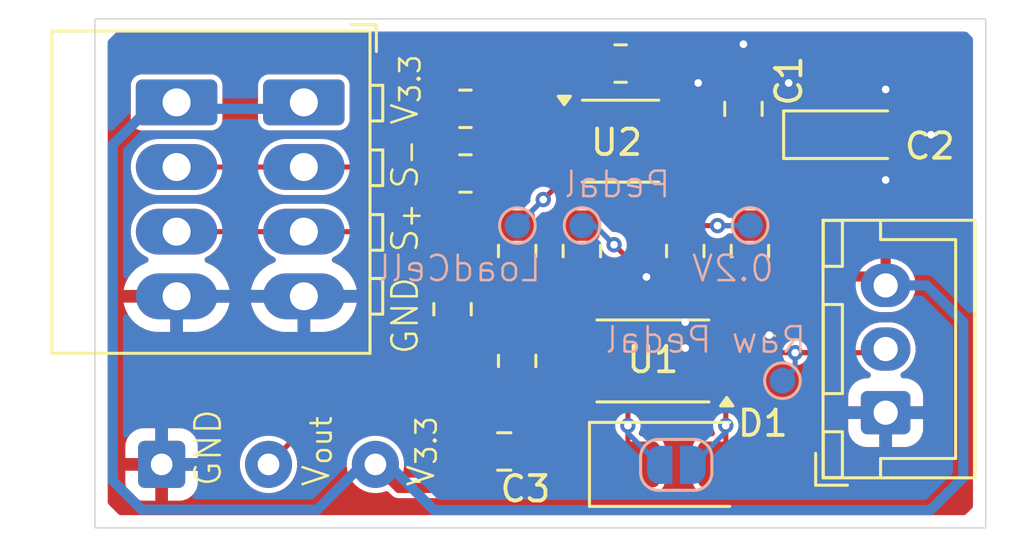
<source format=kicad_pcb>
(kicad_pcb (version 20241229) (generator "pcbnew") (generator_version "9.0")
  (layers (0 "F.Cu" signal) (2 "B.Cu" signal) (13 "F.Paste" user) (15 "B.Paste" user) (5 "F.SilkS" user "F.Silkscreen") (7 "B.SilkS" user "B.Silkscreen") (1 "F.Mask" user) (3 "B.Mask" user) (25 "Edge.Cuts" user))
  (net 0 "")
  (net 1 "V_{3.3}")
  (net 2 "GND")
  (net 3 "V_{out}")
  (net 4 "Net-(J3-Pin_2)")
  (net 5 "Net-(R5-Pad1)")
  (net 6 "Net-(U1B-+)")
  (net 7 "LOADCELL")
  (net 8 "Net-(R5-Pad2)")
  (net 9 "S_{+}")
  (net 10 "S_{-}")
  (net 11 "PEDAL")
  (net 12 "Net-(U1B--)")
  (net 13 "Net-(U2--)")
  (net 14 "Net-(U2-+)")
  (net 15 "Net-(D1-A)")
  (net 16 "Net-(U2-Ref)")
  (footprint "Capacitor_Tantalum_SMD:CP_EIA-3216-10_Kemet-I_Pad1.58x1.35mm_HandSolder" (layer "F.Cu") (at 63.754 49.276)
    (property "Reference" "C2" (at 3.26 0.45 0) (layer "F.SilkS"))
    (property "Value" "10u")
    (fp_line (start -2.485 -0.935) (end -2.485 0.935) (stroke (width 0.12)) (layer "F.SilkS"))
    (fp_line (start -2.485 0.935) (end 1.6 0.935) (stroke (width 0.12)) (layer "F.SilkS"))
    (fp_line (start 1.6 -0.935) (end -2.485 -0.935) (stroke (width 0.12)) (layer "F.SilkS"))
    (pad "1" smd roundrect (at -1.4375 0) (size 1.575 1.35) (layers "F.Cu" "F.Mask" "F.Paste") (roundrect_rratio 0.185185) (net 1 "V_{3.3}"))
    (pad "2" smd roundrect (at 1.4375 0) (size 1.575 1.35) (layers "F.Cu" "F.Mask" "F.Paste") (roundrect_rratio 0.185185) (net 2 "GND"))
  )
  (footprint "Resistor_SMD:R_0805_2012Metric_Pad1.20x1.40mm_HandSolder" (layer "F.Cu") (at 59.944 53.848 -90)
    (property "Reference" "R8" (hide yes))
    (property "Value" "16k")
    (fp_line (start -0.227064 0.735) (end 0.227064 0.735) (stroke (width 0.12)) (layer "F.SilkS"))
    (fp_line (start -0.227064 -0.735) (end 0.227064 -0.735) (stroke (width 0.12)) (layer "F.SilkS"))
    (pad "1" smd roundrect (at -1 0 270) (size 1.2 1.4) (layers "F.Cu" "F.Mask" "F.Paste") (roundrect_rratio 0.208333) (net 16 "Net-(U2-Ref)"))
    (pad "2" smd roundrect (at 1 0 270) (size 1.2 1.4) (layers "F.Cu" "F.Mask" "F.Paste") (roundrect_rratio 0.208333) (net 1 "V_{3.3}"))
  )
  (footprint "Resistor_SMD:R_0805_2012Metric_Pad1.20x1.40mm_HandSolder" (layer "F.Cu") (at 48.768 48.26)
    (property "Reference" "R6" (hide yes))
    (property "Value" "1k")
    (fp_line (start -0.227064 -0.735) (end 0.227064 -0.735) (stroke (width 0.12)) (layer "F.SilkS"))
    (fp_line (start -0.227064 0.735) (end 0.227064 0.735) (stroke (width 0.12)) (layer "F.SilkS"))
    (pad "1" smd roundrect (at -1 0) (size 1.2 1.4) (layers "F.Cu" "F.Mask" "F.Paste") (roundrect_rratio 0.208333) (net 10 "S_{-}"))
    (pad "2" smd roundrect (at 1 0) (size 1.2 1.4) (layers "F.Cu" "F.Mask" "F.Paste") (roundrect_rratio 0.208333) (net 13 "Net-(U2--)"))
  )
  (footprint "Resistor_SMD:R_0805_2012Metric_Pad1.20x1.40mm_HandSolder" (layer "F.Cu") (at 54.864 46.482 180)
    (property "Reference" "R5" (hide yes))
    (property "Value" "200")
    (fp_line (start -0.227064 0.735) (end 0.227064 0.735) (stroke (width 0.12)) (layer "F.SilkS"))
    (fp_line (start -0.227064 -0.735) (end 0.227064 -0.735) (stroke (width 0.12)) (layer "F.SilkS"))
    (pad "1" smd roundrect (at -1 0 180) (size 1.2 1.4) (layers "F.Cu" "F.Mask" "F.Paste") (roundrect_rratio 0.208333) (net 5 "Net-(R5-Pad1)"))
    (pad "2" smd roundrect (at 1 0 180) (size 1.2 1.4) (layers "F.Cu" "F.Mask" "F.Paste") (roundrect_rratio 0.208333) (net 8 "Net-(R5-Pad2)"))
  )
  (footprint "Resistor_SMD:R_0805_2012Metric_Pad1.20x1.40mm_HandSolder" (layer "F.Cu") (at 48.26 56.134 90)
    (property "Reference" "R2" (hide yes))
    (property "Value" "51k")
    (fp_line (start -0.227064 -0.735) (end 0.227064 -0.735) (stroke (width 0.12)) (layer "F.SilkS"))
    (fp_line (start -0.227064 0.735) (end 0.227064 0.735) (stroke (width 0.12)) (layer "F.SilkS"))
    (pad "1" smd roundrect (at -1 0 90) (size 1.2 1.4) (layers "F.Cu" "F.Mask" "F.Paste") (roundrect_rratio 0.208333) (net 12 "Net-(U1B--)"))
    (pad "2" smd roundrect (at 1 0 90) (size 1.2 1.4) (layers "F.Cu" "F.Mask" "F.Paste") (roundrect_rratio 0.208333) (net 2 "GND"))
  )
  (footprint "Capacitor_SMD:C_0805_2012Metric_Pad1.18x1.45mm_HandSolder" (layer "F.Cu") (at 59.69 48.26 -90)
    (property "Reference" "C1" (at -1.103 -1.784 90) (layer "F.SilkS"))
    (property "Value" "0.1u")
    (fp_line (start -0.261252 0.735) (end 0.261252 0.735) (stroke (width 0.12)) (layer "F.SilkS"))
    (fp_line (start -0.261252 -0.735) (end 0.261252 -0.735) (stroke (width 0.12)) (layer "F.SilkS"))
    (pad "1" smd roundrect (at -1.0375 0 270) (size 1.175 1.45) (layers "F.Cu" "F.Mask" "F.Paste") (roundrect_rratio 0.212766) (net 2 "GND"))
    (pad "2" smd roundrect (at 1.0375 0 270) (size 1.175 1.45) (layers "F.Cu" "F.Mask" "F.Paste") (roundrect_rratio 0.212766) (net 1 "V_{3.3}"))
  )
  (footprint "Connector_Wire:SolderWire-0.25sqmm_1x03_P4.2mm_D0.65mm_OD1.7mm" (layer "F.Cu") (at 36.83 62.23)
    (property "Reference" "J2" (hide yes))
    (property "Value" "Conn_01x03_Pin")
    (pad "1" thru_hole roundrect (at 0 0) (size 1.85 1.85) (drill 0.85) (layers "*.Cu" "*.Mask") (roundrect_rratio 0.135135) (net 2 "GND"))
    (pad "2" thru_hole circle (at 4.2 0) (size 1.85 1.85) (drill 0.85) (layers "*.Cu" "*.Mask") (net 3 "V_{out}"))
    (pad "3" thru_hole circle (at 8.4 0) (size 1.85 1.85) (drill 0.85) (layers "*.Cu" "*.Mask") (net 1 "V_{3.3}"))
  )
  (footprint "Package_SO:TSSOP-8_4.4x3mm_P0.65mm" (layer "F.Cu") (at 56.134 58.166 180)
    (property "Reference" "U1" (at 0 0.05 0) (layer "F.SilkS"))
    (property "Value" "tlv9152")
    (fp_line (start 0 1.61) (end 2.2 1.61) (stroke (width 0.12)) (layer "F.SilkS"))
    (fp_line (start 0 1.61) (end -2.2 1.61) (stroke (width 0.12)) (layer "F.SilkS"))
    (fp_line (start 0 -1.61) (end 2.2 -1.61) (stroke (width 0.12)) (layer "F.SilkS"))
    (fp_line (start 0 -1.61) (end -2.2 -1.61) (stroke (width 0.12)) (layer "F.SilkS"))
    (fp_poly (pts (xy -2.9 -1.435) (xy -3.14 -1.765) (xy -2.66 -1.765) (xy -2.9 -1.435)) (stroke (width 0.12)) (fill yes) (layer "F.SilkS"))
    (pad "1" smd roundrect (at -2.8625 -0.975 180) (size 1.475 0.4) (layers "F.Cu" "F.Mask" "F.Paste") (net 15 "Net-(D1-A)"))
    (pad "2" smd roundrect (at -2.8625 -0.325 180) (size 1.475 0.4) (layers "F.Cu" "F.Mask" "F.Paste") (net 15 "Net-(D1-A)"))
    (pad "3" smd roundrect (at -2.8625 0.325 180) (size 1.475 0.4) (layers "F.Cu" "F.Mask" "F.Paste") (net 4 "Net-(J3-Pin_2)"))
    (pad "4" smd roundrect (at -2.8625 0.975 180) (size 1.475 0.4) (layers "F.Cu" "F.Mask" "F.Paste") (net 2 "GND"))
    (pad "5" smd roundrect (at 2.8625 0.975 180) (size 1.475 0.4) (layers "F.Cu" "F.Mask" "F.Paste") (net 6 "Net-(U1B-+)"))
    (pad "6" smd roundrect (at 2.8625 0.325 180) (size 1.475 0.4) (layers "F.Cu" "F.Mask" "F.Paste") (net 12 "Net-(U1B--)"))
    (pad "7" smd roundrect (at 2.8625 -0.325 180) (size 1.475 0.4) (layers "F.Cu" "F.Mask" "F.Paste") (net 3 "V_{out}"))
    (pad "8" smd roundrect (at 2.8625 -0.975 180) (size 1.475 0.4) (layers "F.Cu" "F.Mask" "F.Paste") (net 1 "V_{3.3}"))
  )
  (footprint "Connector_JST:JST_XH_B3B-XH-A_1x03_P2.50mm_Vertical" (layer "F.Cu") (at 65.278 60.198 90)
    (property "Reference" "J3" (hide yes))
    (property "Value" "Conn_01x03_Socket")
    (fp_line (start -1.6 -2.75) (end -2.85 -2.75) (stroke (width 0.12)) (layer "F.SilkS"))
    (fp_line (start -2.85 -2.75) (end -2.85 -1.5) (stroke (width 0.12)) (layer "F.SilkS"))
    (fp_line (start 7.56 -2.46) (end -2.56 -2.46) (stroke (width 0.12)) (layer "F.SilkS"))
    (fp_line (start -2.56 -2.46) (end -2.56 3.51) (stroke (width 0.12)) (layer "F.SilkS"))
    (fp_line (start 7.55 -2.45) (end 5.75 -2.45) (stroke (width 0.12)) (layer "F.SilkS"))
    (fp_line (start 5.75 -2.45) (end 5.75 -1.7) (stroke (width 0.12)) (layer "F.SilkS"))
    (fp_line (start 4.25 -2.45) (end 0.75 -2.45) (stroke (width 0.12)) (layer "F.SilkS"))
    (fp_line (start 0.75 -2.45) (end 0.75 -1.7) (stroke (width 0.12)) (layer "F.SilkS"))
    (fp_line (start -0.75 -2.45) (end -2.55 -2.45) (stroke (width 0.12)) (layer "F.SilkS"))
    (fp_line (start -2.55 -2.45) (end -2.55 -1.7) (stroke (width 0.12)) (layer "F.SilkS"))
    (fp_line (start 7.55 -1.7) (end 7.55 -2.45) (stroke (width 0.12)) (layer "F.SilkS"))
    (fp_line (start 5.75 -1.7) (end 7.55 -1.7) (stroke (width 0.12)) (layer "F.SilkS"))
    (fp_line (start 4.25 -1.7) (end 4.25 -2.45) (stroke (width 0.12)) (layer "F.SilkS"))
    (fp_line (start 0.75 -1.7) (end 4.25 -1.7) (stroke (width 0.12)) (layer "F.SilkS"))
    (fp_line (start -0.75 -1.7) (end -0.75 -2.45) (stroke (width 0.12)) (layer "F.SilkS"))
    (fp_line (start -2.55 -1.7) (end -0.75 -1.7) (stroke (width 0.12)) (layer "F.SilkS"))
    (fp_line (start 7.55 -0.2) (end 6.8 -0.2) (stroke (width 0.12)) (layer "F.SilkS"))
    (fp_line (start 6.8 -0.2) (end 6.8 2.75) (stroke (width 0.12)) (layer "F.SilkS"))
    (fp_line (start -1.8 -0.2) (end -1.8 2.75) (stroke (width 0.12)) (layer "F.SilkS"))
    (fp_line (start -2.55 -0.2) (end -1.8 -0.2) (stroke (width 0.12)) (layer "F.SilkS"))
    (fp_line (start 6.8 2.75) (end 2.5 2.75) (stroke (width 0.12)) (layer "F.SilkS"))
    (fp_line (start -1.8 2.75) (end 2.5 2.75) (stroke (width 0.12)) (layer "F.SilkS"))
    (fp_line (start 7.56 3.51) (end 7.56 -2.46) (stroke (width 0.12)) (layer "F.SilkS"))
    (fp_line (start -2.56 3.51) (end 7.56 3.51) (stroke (width 0.12)) (layer "F.SilkS"))
    (pad "1" thru_hole roundrect (at 0 0 90) (size 1.7 1.95) (drill 0.95) (layers "*.Cu" "*.Mask") (roundrect_rratio 0.147059) (net 2 "GND"))
    (pad "2" thru_hole oval (at 2.5 0 90) (size 1.7 1.95) (drill 0.95) (layers "*.Cu" "*.Mask") (net 4 "Net-(J3-Pin_2)"))
    (pad "3" thru_hole oval (at 5 0 90) (size 1.7 1.95) (drill 0.95) (layers "*.Cu" "*.Mask") (net 1 "V_{3.3}"))
  )
  (footprint "Resistor_SMD:R_0805_2012Metric_Pad1.20x1.40mm_HandSolder" (layer "F.Cu") (at 50.8 58.166 -90)
    (property "Reference" "R3" (hide yes))
    (property "Value" "51k")
    (fp_line (start -0.227064 0.735) (end 0.227064 0.735) (stroke (width 0.12)) (layer "F.SilkS"))
    (fp_line (start -0.227064 -0.735) (end 0.227064 -0.735) (stroke (width 0.12)) (layer "F.SilkS"))
    (pad "1" smd roundrect (at -1 0 270) (size 1.2 1.4) (layers "F.Cu" "F.Mask" "F.Paste") (roundrect_rratio 0.208333) (net 12 "Net-(U1B--)"))
    (pad "2" smd roundrect (at 1 0 270) (size 1.2 1.4) (layers "F.Cu" "F.Mask" "F.Paste") (roundrect_rratio 0.208333) (net 3 "V_{out}"))
  )
  (footprint "Resistor_SMD:R_0805_2012Metric_Pad1.20x1.40mm_HandSolder" (layer "F.Cu") (at 50.8 53.848 -90)
    (property "Reference" "R1" (hide yes))
    (property "Value" "51k")
    (fp_line (start -0.227064 0.735) (end 0.227064 0.735) (stroke (width 0.12)) (layer "F.SilkS"))
    (fp_line (start -0.227064 -0.735) (end 0.227064 -0.735) (stroke (width 0.12)) (layer "F.SilkS"))
    (pad "1" smd roundrect (at -1 0 270) (size 1.2 1.4) (layers "F.Cu" "F.Mask" "F.Paste") (roundrect_rratio 0.208333) (net 7 "LOADCELL"))
    (pad "2" smd roundrect (at 1 0 270) (size 1.2 1.4) (layers "F.Cu" "F.Mask" "F.Paste") (roundrect_rratio 0.208333) (net 6 "Net-(U1B-+)"))
  )
  (footprint "Resistor_SMD:R_0805_2012Metric_Pad1.20x1.40mm_HandSolder" (layer "F.Cu") (at 57.404 53.848 90)
    (property "Reference" "R9" (hide yes))
    (property "Value" "2k")
    (fp_line (start -0.227064 -0.735) (end 0.227064 -0.735) (stroke (width 0.12)) (layer "F.SilkS"))
    (fp_line (start -0.227064 0.735) (end 0.227064 0.735) (stroke (width 0.12)) (layer "F.SilkS"))
    (pad "1" smd roundrect (at -1 0 90) (size 1.2 1.4) (layers "F.Cu" "F.Mask" "F.Paste") (roundrect_rratio 0.208333) (net 2 "GND"))
    (pad "2" smd roundrect (at 1 0 90) (size 1.2 1.4) (layers "F.Cu" "F.Mask" "F.Paste") (roundrect_rratio 0.208333) (net 16 "Net-(U2-Ref)"))
  )
  (footprint "TerminalBlock_WAGO:TerminalBlock_WAGO_233-504_2x04_P2.54mm" (layer "F.Cu") (at 42.418 48.006 -90)
    (property "Reference" "J1" (hide yes))
    (property "Value" "Terminal_01x04")
    (fp_line (start -2.8 9.9) (end -2.8 -2.6) (stroke (width 0.12)) (layer "F.SilkS"))
    (fp_line (start 9.86 9.9) (end -2.8 9.9) (stroke (width 0.12)) (layer "F.SilkS"))
    (fp_line (start -2.8 -2.6) (end 9.86 -2.6) (stroke (width 0.12)) (layer "F.SilkS"))
    (fp_line (start 9.86 -2.6) (end 9.86 9.9) (stroke (width 0.12)) (layer "F.SilkS"))
    (fp_line (start -3.05 -2.85) (end -3.05 -1.85) (stroke (width 0.12)) (layer "F.SilkS"))
    (fp_line (start -3.05 -2.85) (end -2 -2.85) (stroke (width 0.12)) (layer "F.SilkS"))
    (fp_rect (start 6.92 -3.098738) (end 8.32 -2.598738) (stroke (width 0.12)) (fill no) (layer "F.SilkS"))
    (fp_rect (start -0.67 -3.1) (end 0.73 -2.6) (stroke (width 0.12)) (fill no) (layer "F.SilkS"))
    (fp_rect (start 1.87 -3.1) (end 3.27 -2.6) (stroke (width 0.12)) (fill no) (layer "F.SilkS"))
    (fp_rect (start 4.41 -3.1) (end 5.81 -2.6) (stroke (width 0.12)) (fill no) (layer "F.SilkS"))
    (pad "1" thru_hole roundrect (at 0 0 270) (size 1.8 3.2) (drill 1.1) (layers "*.Cu" "*.Mask") (roundrect_rratio 0.1388888889) (net 1 "V_{3.3}"))
    (pad "1" thru_hole roundrect (at 0 5 270) (size 1.8 3.2) (drill 1.1) (layers "*.Cu" "*.Mask") (roundrect_rratio 0.1388888889) (net 1 "V_{3.3}"))
    (pad "2" thru_hole oval (at 2.54 0 270) (size 1.8 3.2) (drill 1.1) (layers "*.Cu" "*.Mask") (net 10 "S_{-}"))
    (pad "2" thru_hole oval (at 2.54 5 270) (size 1.8 3.2) (drill 1.1) (layers "*.Cu" "*.Mask") (net 10 "S_{-}"))
    (pad "3" thru_hole oval (at 5.08 0 270) (size 1.8 3.2) (drill 1.1) (layers "*.Cu" "*.Mask") (net 9 "S_{+}"))
    (pad "3" thru_hole oval (at 5.08 5 270) (size 1.8 3.2) (drill 1.1) (layers "*.Cu" "*.Mask") (net 9 "S_{+}"))
    (pad "4" thru_hole oval (at 7.62 0 270) (size 1.8 3.2) (drill 1.1) (layers "*.Cu" "*.Mask") (net 2 "GND"))
    (pad "4" thru_hole oval (at 7.62 5 270) (size 1.8 3.2) (drill 1.1) (layers "*.Cu" "*.Mask") (net 2 "GND"))
  )
  (footprint "Package_SO:MSOP-8_3x3mm_P0.65mm" (layer "F.Cu") (at 54.864 49.53)
    (property "Reference" "U2" (at -0.16 0.05 0) (layer "F.SilkS"))
    (property "Value" "INA317")
    (fp_line (start 0 -1.61) (end -1.5 -1.61) (stroke (width 0.12)) (layer "F.SilkS"))
    (fp_line (start 0 -1.61) (end 1.5 -1.61) (stroke (width 0.12)) (layer "F.SilkS"))
    (fp_line (start 0 1.61) (end -1.5 1.61) (stroke (width 0.12)) (layer "F.SilkS"))
    (fp_line (start 0 1.61) (end 1.5 1.61) (stroke (width 0.12)) (layer "F.SilkS"))
    (fp_poly (pts (xy -2.2125 -1.435) (xy -2.4525 -1.765) (xy -1.9725 -1.765) (xy -2.2125 -1.435)) (stroke (width 0.12)) (fill yes) (layer "F.SilkS"))
    (pad "1" smd roundrect (at -2.1125 -0.975) (size 1.625 0.4) (layers "F.Cu" "F.Mask" "F.Paste") (net 8 "Net-(R5-Pad2)"))
    (pad "2" smd roundrect (at -2.1125 -0.325) (size 1.625 0.4) (layers "F.Cu" "F.Mask" "F.Paste") (net 13 "Net-(U2--)"))
    (pad "3" smd roundrect (at -2.1125 0.325) (size 1.625 0.4) (layers "F.Cu" "F.Mask" "F.Paste") (net 14 "Net-(U2-+)"))
    (pad "4" smd roundrect (at -2.1125 0.975) (size 1.625 0.4) (layers "F.Cu" "F.Mask" "F.Paste") (net 2 "GND"))
    (pad "5" smd roundrect (at 2.1125 0.975) (size 1.625 0.4) (layers "F.Cu" "F.Mask" "F.Paste") (net 16 "Net-(U2-Ref)"))
    (pad "6" smd roundrect (at 2.1125 0.325) (size 1.625 0.4) (layers "F.Cu" "F.Mask" "F.Paste") (net 7 "LOADCELL"))
    (pad "7" smd roundrect (at 2.1125 -0.325) (size 1.625 0.4) (layers "F.Cu" "F.Mask" "F.Paste") (net 1 "V_{3.3}"))
    (pad "8" smd roundrect (at 2.1125 -0.975) (size 1.625 0.4) (layers "F.Cu" "F.Mask" "F.Paste") (net 5 "Net-(R5-Pad1)"))
  )
  (footprint "Capacitor_SMD:C_0805_2012Metric_Pad1.18x1.45mm_HandSolder" (layer "F.Cu") (at 50.292 61.722 180)
    (property "Reference" "C3" (at -0.830496 -1.471 0) (layer "F.SilkS"))
    (property "Value" "0.1u")
    (fp_line (start -0.261252 0.735) (end 0.261252 0.735) (stroke (width 0.12)) (layer "F.SilkS"))
    (fp_line (start -0.261252 -0.735) (end 0.261252 -0.735) (stroke (width 0.12)) (layer "F.SilkS"))
    (pad "1" smd roundrect (at -1.0375 0 180) (size 1.175 1.45) (layers "F.Cu" "F.Mask" "F.Paste") (roundrect_rratio 0.212766) (net 1 "V_{3.3}"))
    (pad "2" smd roundrect (at 1.0375 0 180) (size 1.175 1.45) (layers "F.Cu" "F.Mask" "F.Paste") (roundrect_rratio 0.212766) (net 2 "GND"))
  )
  (footprint "Resistor_SMD:R_0805_2012Metric_Pad1.20x1.40mm_HandSolder" (layer "F.Cu") (at 48.768 50.8)
    (property "Reference" "R7" (hide yes))
    (property "Value" "1k")
    (fp_line (start -0.227064 -0.735) (end 0.227064 -0.735) (stroke (width 0.12)) (layer "F.SilkS"))
    (fp_line (start -0.227064 0.735) (end 0.227064 0.735) (stroke (width 0.12)) (layer "F.SilkS"))
    (pad "1" smd roundrect (at -1 0) (size 1.2 1.4) (layers "F.Cu" "F.Mask" "F.Paste") (roundrect_rratio 0.208333) (net 9 "S_{+}"))
    (pad "2" smd roundrect (at 1 0) (size 1.2 1.4) (layers "F.Cu" "F.Mask" "F.Paste") (roundrect_rratio 0.208333) (net 14 "Net-(U2-+)"))
  )
  (footprint "Resistor_SMD:R_0805_2012Metric_Pad1.20x1.40mm_HandSolder" (layer "F.Cu") (at 53.34 53.848 -90)
    (property "Reference" "R4" (hide yes))
    (property "Value" "51k")
    (fp_line (start -0.227064 0.735) (end 0.227064 0.735) (stroke (width 0.12)) (layer "F.SilkS"))
    (fp_line (start -0.227064 -0.735) (end 0.227064 -0.735) (stroke (width 0.12)) (layer "F.SilkS"))
    (pad "1" smd roundrect (at -1 0 270) (size 1.2 1.4) (layers "F.Cu" "F.Mask" "F.Paste") (roundrect_rratio 0.208333) (net 11 "PEDAL"))
    (pad "2" smd roundrect (at 1 0 270) (size 1.2 1.4) (layers "F.Cu" "F.Mask" "F.Paste") (roundrect_rratio 0.208333) (net 6 "Net-(U1B-+)"))
  )
  (footprint "Diode_SMD:D_SMA" (layer "F.Cu") (at 57.15 62.23)
    (property "Reference" "D1" (at 3.302 -1.612 0) (layer "F.SilkS"))
    (property "Value" "ES1J")
    (fp_line (start -3.51 -1.65) (end -3.51 1.65) (stroke (width 0.12)) (layer "F.SilkS"))
    (fp_line (start -3.51 -1.65) (end 2 -1.65) (stroke (width 0.12)) (layer "F.SilkS"))
    (fp_line (start -3.51 1.65) (end 2 1.65) (stroke (width 0.12)) (layer "F.SilkS"))
    (pad "1" smd roundrect (at -2 0) (size 2.5 1.8) (layers "F.Cu" "F.Mask" "F.Paste") (roundrect_rratio 0.1388888889) (net 11 "PEDAL"))
    (pad "2" smd roundrect (at 2 0) (size 2.5 1.8) (layers "F.Cu" "F.Mask" "F.Paste") (roundrect_rratio 0.1388888889) (net 15 "Net-(D1-A)"))
  )
  (footprint "Jumper:SolderJumper-2_P1.3mm_Open_RoundedPad1.0x1.5mm" (layer "B.Cu") (at 57.049 62.249 180)
    (property "Reference" "JP1" (hide yes))
    (property "Value" "SolderJumper_2_Open")
    (fp_line (start 1.4 0.3) (end 1.4 -0.3) (stroke (width 0.12)) (layer "B.SilkS"))
    (fp_line (start 0.7 -1) (end -0.7 -1) (stroke (width 0.12)) (layer "B.SilkS"))
    (fp_line (start -0.7 1) (end 0.7 1) (stroke (width 0.12)) (layer "B.SilkS"))
    (fp_line (start -1.4 -0.3) (end -1.4 0.3) (stroke (width 0.12)) (layer "B.SilkS"))
    (fp_arc (start 1.4 0.3) (mid 1.194975 0.794975) (end 0.7 1) (stroke (width 0.12)) (layer "B.SilkS"))
    (fp_arc (start 0.7 -1) (mid 1.194975 -0.794975) (end 1.4 -0.3) (stroke (width 0.12)) (layer "B.SilkS"))
    (fp_arc (start -0.7 1) (mid -1.194975 0.794975) (end -1.4 0.3) (stroke (width 0.12)) (layer "B.SilkS"))
    (fp_arc (start -1.4 -0.3) (mid -1.194975 -0.794975) (end -0.7 -1) (stroke (width 0.12)) (layer "B.SilkS"))
    (pad "1" smd custom (at -0.65 0 180) (size 1 0.5) (layers "B.Cu" "B.Mask") (net 15 "Net-(D1-A)") (options (clearance outline) (anchor rect)) (primitives (gr_circle (center 0 -0.25) (end 0.5 -0.25) (width 0) (fill yes)) (gr_circle (center 0 0.25) (end 0.5 0.25) (width 0) (fill yes)) (gr_poly (pts (xy 0.5 -0.75) (xy 0 -0.75) (xy 0 0.75) (xy 0.5 0.75)) (width 0) (fill yes))))
    (pad "2" smd custom (at 0.65 0 180) (size 1 0.5) (layers "B.Cu" "B.Mask") (net 11 "PEDAL") (options (clearance outline) (anchor rect)) (primitives (gr_circle (center 0 -0.25) (end 0.5 -0.25) (width 0) (fill yes)) (gr_circle (center 0 0.25) (end 0.5 0.25) (width 0) (fill yes)) (gr_poly (pts (xy 0 -0.75) (xy -0.5 -0.75) (xy -0.5 0.75) (xy 0 0.75)) (width 0) (fill yes))))
  )
  (footprint "TestPoint:TestPoint_Pad_D1.0mm" (layer "B.Cu") (at 59.953 52.841)
    (property "Reference" "TP4" (hide yes))
    (property "Value" "Offset")
    (fp_circle (center 0 0) (end 0 -0.7) (stroke (width 0.12)) (fill no) (layer "B.SilkS"))
    (pad "1" smd circle (at 0 0) (size 1 1) (layers "B.Cu" "B.Mask") (net 16 "Net-(U2-Ref)"))
  )
  (footprint "TestPoint:TestPoint_Pad_D1.0mm" (layer "B.Cu") (at 53.349 52.843)
    (property "Reference" "TP3" (hide yes))
    (property "Value" "Pedal")
    (fp_circle (center 0 0) (end 0 -0.7) (stroke (width 0.12)) (fill no) (layer "B.SilkS"))
    (pad "1" smd circle (at 0 0) (size 1 1) (layers "B.Cu" "B.Mask") (net 11 "PEDAL"))
  )
  (footprint "TestPoint:TestPoint_Pad_D1.0mm" (layer "B.Cu") (at 61.223 58.941)
    (property "Reference" "TP2" (hide yes))
    (property "Value" "PedalRaw")
    (fp_circle (center 0 0) (end 0 -0.7) (stroke (width 0.12)) (fill no) (layer "B.SilkS"))
    (pad "1" smd circle (at 0 0) (size 1 1) (layers "B.Cu" "B.Mask") (net 4 "Net-(J3-Pin_2)"))
  )
  (footprint "TestPoint:TestPoint_Pad_D1.0mm" (layer "B.Cu") (at 50.809 52.847)
    (property "Reference" "TP1" (hide yes))
    (property "Value" "LoadCell")
    (fp_circle (center 0 0) (end 0 -0.7) (stroke (width 0.12)) (fill no) (layer "B.SilkS"))
    (pad "1" smd circle (at 0 0) (size 1 1) (layers "B.Cu" "B.Mask") (net 7 "LOADCELL"))
  )
  (gr_rect (start 34.21 44.726) (end 69.21 64.726) (stroke (width 0.05)) (fill no) (layer "Edge.Cuts"))
  (gr_text "S_{+}" (at 46.98 53.976 90) (layer "F.SilkS") (effects (font (size 1 1) (thickness 0.1)) (justify left bottom)))
  (gr_text "V_{3.3}" (at 46.98 48.956 90) (layer "F.SilkS") (effects (font (size 1 1) (thickness 0.1)) (justify left bottom)))
  (gr_text "S_{-}" (at 46.98 51.476 90) (layer "F.SilkS") (effects (font (size 1 1) (thickness 0.1)) (justify left bottom)))
  (gr_text "GND" (at 46.98 57.976 90) (layer "F.SilkS") (effects (font (size 1 1) (thickness 0.1)) (justify left bottom)))
  (gr_text "V_{out}" (at 43.493 63.166 90) (layer "F.SilkS") (effects (font (size 1 1) (thickness 0.1)) (justify left bottom)))
  (gr_text "GND" (at 39.243 63.166 90) (layer "F.SilkS") (effects (font (size 1 1) (thickness 0.1)) (justify left bottom)))
  (gr_text "V_{3.3}" (at 47.616748 63.166 90) (layer "F.SilkS") (effects (font (size 1 1) (thickness 0.1)) (justify left bottom)))
  (gr_text "0.2V" (at 60.96 55.118 0) (layer "B.SilkS") (effects (font (size 1 1) (thickness 0.1)) (justify left bottom mirror)))
  (gr_text "Raw Pedal" (at 62.23 57.925 0) (layer "B.SilkS") (effects (font (size 1 1) (thickness 0.1)) (justify left bottom mirror)))
  (gr_text "LoadCell" (at 51.816 55.118 0) (layer "B.SilkS") (effects (font (size 1 1) (thickness 0.1)) (justify left bottom mirror)))
  (gr_text "Pedal" (at 56.896 51.816 0) (layer "B.SilkS") (effects (font (size 1 1) (thickness 0.1)) (justify left bottom mirror)))
  (segment (start 64.928 54.848) (end 59.944 54.848) (width 0.4) (layer "F.Cu") (net 1))
  (segment (start 59.5975 49.205) (end 56.9765 49.205) (width 0.4) (layer "F.Cu") (net 1))
  (segment (start 62.3165 49.276) (end 59.7115 49.276) (width 0.4) (layer "F.Cu") (net 1))
  (segment (start 53.2715 60.294388) (end 51.843888 61.722) (width 0.4) (layer "F.Cu") (net 1))
  (segment (start 59.7115 49.276) (end 59.69 49.2975) (width 0.4) (layer "F.Cu") (net 1))
  (segment (start 49.8965 63.155) (end 51.3295 61.722) (width 0.4) (layer "F.Cu") (net 1))
  (segment (start 53.2715 59.141) (end 53.2715 60.294388) (width 0.4) (layer "F.Cu") (net 1))
  (segment (start 65.278 53.594) (end 65.278 55.198) (width 0.4) (layer "F.Cu") (net 1))
  (segment (start 62.3165 49.276) (end 62.3165 50.6325) (width 0.4) (layer "F.Cu") (net 1))
  (segment (start 62.3165 50.6325) (end 65.278 53.594) (width 0.4) (layer "F.Cu") (net 1))
  (segment (start 45.23 62.23) (end 46.155 63.155) (width 0.4) (layer "F.Cu") (net 1))
  (segment (start 51.843888 61.722) (end 51.3295 61.722) (width 0.4) (layer "F.Cu") (net 1))
  (segment (start 59.69 49.2975) (end 59.5975 49.205) (width 0.4) (layer "F.Cu") (net 1))
  (segment (start 65.278 55.198) (end 64.928 54.848) (width 0.4) (layer "F.Cu") (net 1))
  (segment (start 46.155 63.155) (end 49.8965 63.155) (width 0.4) (layer "F.Cu") (net 1))
  (segment (start 66.882 55.198) (end 68.326 56.642) (width 0.4) (layer "B.Cu") (net 1))
  (segment (start 68.326 56.642) (end 68.326 62.738) (width 0.4) (layer "B.Cu") (net 1))
  (segment (start 34.911 62.868) (end 34.911 49.671) (width 0.4) (layer "B.Cu") (net 1))
  (segment (start 36.322 48.26) (end 42.418 48.26) (width 0.4) (layer "B.Cu") (net 1))
  (segment (start 42.944 64.008) (end 36.051 64.008) (width 0.4) (layer "B.Cu") (net 1))
  (segment (start 67.039 64.025) (end 47.533 64.025) (width 0.4) (layer "B.Cu") (net 1))
  (segment (start 65.278 55.198) (end 66.882 55.198) (width 0.4) (layer "B.Cu") (net 1))
  (segment (start 45.23 61.722) (end 42.944 64.008) (width 0.4) (layer "B.Cu") (net 1))
  (segment (start 34.911 49.671) (end 36.322 48.26) (width 0.4) (layer "B.Cu") (net 1))
  (segment (start 36.051 64.008) (end 34.911 62.868) (width 0.4) (layer "B.Cu") (net 1))
  (segment (start 47.533 64.025) (end 45.23 61.722) (width 0.4) (layer "B.Cu") (net 1))
  (segment (start 68.326 62.738) (end 67.039 64.025) (width 0.4) (layer "B.Cu") (net 1))
  (via (at 61.468 47.244) (size 0.6) (drill 0.3) (layers "F.Cu" "B.Cu") (net 2))
  (via (at 65.278 51.054) (size 0.6) (drill 0.3) (layers "F.Cu" "B.Cu") (net 2))
  (via (at 57.404 57.658) (size 0.6) (drill 0.3) (layers "F.Cu" "B.Cu") (net 2))
  (via (at 57.912 47.244) (size 0.6) (drill 0.3) (layers "F.Cu" "B.Cu") (net 2))
  (via (at 55.88 54.864) (size 0.6) (drill 0.3) (layers "F.Cu" "B.Cu") (net 2))
  (via (at 57.404 56.642) (size 0.6) (drill 0.3) (layers "F.Cu" "B.Cu") (net 2))
  (via (at 65.278 47.498) (size 0.6) (drill 0.3) (layers "F.Cu" "B.Cu") (net 2))
  (via (at 67.056 49.276) (size 0.6) (drill 0.3) (layers "F.Cu" "B.Cu") (net 2))
  (via (at 59.69 45.72) (size 0.6) (drill 0.3) (layers "F.Cu" "B.Cu") (net 2))
  (via (at 60.706 57.15) (size 0.6) (drill 0.3) (layers "F.Cu" "B.Cu") (net 2))
  (segment (start 44.094 59.166) (end 41.03 62.23) (width 0.2) (layer "F.Cu") (net 3))
  (segment (start 50.784 59.182) (end 50.8 59.166) (width 0.2) (layer "F.Cu") (net 3))
  (segment (start 53.2715 58.491) (end 51.475 58.491) (width 0.2) (layer "F.Cu") (net 3))
  (segment (start 51.475 58.491) (end 50.8 59.166) (width 0.2) (layer "F.Cu") (net 3))
  (segment (start 50.8 59.166) (end 44.094 59.166) (width 0.2) (layer "F.Cu") (net 3))
  (segment (start 62.484 57.841) (end 58.9965 57.841) (width 0.2) (layer "F.Cu") (net 4))
  (segment (start 65.278 57.698) (end 65.135 57.841) (width 0.2) (layer "F.Cu") (net 4))
  (segment (start 65.135 57.841) (end 62.484 57.841) (width 0.2) (layer "F.Cu") (net 4))
  (segment (start 61.722 57.841) (end 62.484 57.841) (width 0.2) (layer "F.Cu") (net 4))
  (via (at 61.722 57.841) (size 0.6) (drill 0.3) (layers "F.Cu" "B.Cu") (net 4))
  (segment (start 61.722 58.442) (end 61.223 58.941) (width 0.2) (layer "B.Cu") (net 4))
  (segment (start 61.722 57.841) (end 61.722 58.442) (width 0.2) (layer "B.Cu") (net 4))
  (segment (start 55.864 46.482) (end 55.864 47.4425) (width 0.2) (layer "F.Cu") (net 5))
  (segment (start 55.864 47.4425) (end 56.9765 48.555) (width 0.2) (layer "F.Cu") (net 5))
  (segment (start 53.2715 54.9165) (end 53.34 54.848) (width 0.2) (layer "F.Cu") (net 6))
  (segment (start 53.2715 57.191) (end 53.2715 54.9165) (width 0.2) (layer "F.Cu") (net 6))
  (segment (start 50.8 54.848) (end 53.34 54.848) (width 0.2) (layer "F.Cu") (net 6))
  (segment (start 56.24413 49.855) (end 56.9765 49.855) (width 0.2) (layer "F.Cu") (net 7))
  (segment (start 51.824 51.824) (end 50.8 52.848) (width 0.2) (layer "F.Cu") (net 7))
  (segment (start 52.369002 51.278998) (end 54.820132 51.278998) (width 0.2) (layer "F.Cu") (net 7))
  (segment (start 54.820132 51.278998) (end 56.24413 49.855) (width 0.2) (layer "F.Cu") (net 7))
  (segment (start 50.8 52.848) (end 52.369002 51.278998) (width 0.2) (layer "F.Cu") (net 7))
  (via (at 51.824 51.824) (size 0.6) (drill 0.3) (layers "F.Cu" "B.Cu") (net 7))
  (segment (start 51.824 51.832) (end 50.809 52.847) (width 0.2) (layer "B.Cu") (net 7))
  (segment (start 51.824 51.824) (end 51.824 51.832) (width 0.2) (layer "B.Cu") (net 7))
  (segment (start 53.864 47.4425) (end 53.864 46.482) (width 0.2) (layer "F.Cu") (net 8))
  (segment (start 52.7515 48.555) (end 53.864 47.4425) (width 0.2) (layer "F.Cu") (net 8))
  (segment (start 45.482 53.086) (end 47.768 50.8) (width 0.2) (layer "F.Cu") (net 9))
  (segment (start 42.418 53.086) (end 37.418 53.086) (width 0.2) (layer "F.Cu") (net 9))
  (segment (start 42.418 53.086) (end 45.482 53.086) (width 0.2) (layer "F.Cu") (net 9))
  (segment (start 37.418 50.546) (end 42.418 50.546) (width 0.2) (layer "F.Cu") (net 10))
  (segment (start 42.418 50.546) (end 45.482 50.546) (width 0.2) (layer "F.Cu") (net 10))
  (segment (start 45.482 50.546) (end 47.768 48.26) (width 0.2) (layer "F.Cu") (net 10))
  (segment (start 55.15 54.142) (end 55.15 62.23) (width 0.2) (layer "F.Cu") (net 11))
  (segment (start 53.34 52.848) (end 53.856 52.848) (width 0.2) (layer "F.Cu") (net 11))
  (segment (start 53.856 52.848) (end 55.15 54.142) (width 0.2) (layer "F.Cu") (net 11))
  (segment (start 53.356 52.832) (end 53.34 52.848) (width 0.2) (layer "F.Cu") (net 11))
  (segment (start 54.606 53.598) (end 53.84 52.832) (width 0.2) (layer "F.Cu") (net 11))
  (segment (start 53.84 52.832) (end 53.356 52.832) (width 0.2) (layer "F.Cu") (net 11))
  (via (at 54.606 53.598) (size 0.6) (drill 0.3) (layers "F.Cu" "B.Cu") (net 11))
  (via (at 55.15 60.706) (size 0.6) (drill 0.3) (layers "F.Cu" "B.Cu") (net 11))
  (segment (start 54.606 53.598) (end 53.851 52.843) (width 0.2) (layer "B.Cu") (net 11))
  (segment (start 55.15 61) (end 55.15 60.706) (width 0.2) (layer "B.Cu") (net 11))
  (segment (start 56.399 62.249) (end 55.15 61) (width 0.2) (layer "B.Cu") (net 11))
  (segment (start 53.851 52.843) (end 53.349 52.843) (width 0.2) (layer "B.Cu") (net 11))
  (segment (start 48.26 57.134) (end 50.768 57.134) (width 0.2) (layer "F.Cu") (net 12))
  (segment (start 53.2715 57.841) (end 51.475 57.841) (width 0.2) (layer "F.Cu") (net 12))
  (segment (start 50.768 57.134) (end 50.8 57.166) (width 0.2) (layer "F.Cu") (net 12))
  (segment (start 51.475 57.841) (end 50.8 57.166) (width 0.2) (layer "F.Cu") (net 12))
  (segment (start 50.713 49.205) (end 49.768 48.26) (width 0.2) (layer "F.Cu") (net 13))
  (segment (start 52.7515 49.205) (end 50.713 49.205) (width 0.2) (layer "F.Cu") (net 13))
  (segment (start 50.713 49.855) (end 49.768 50.8) (width 0.2) (layer "F.Cu") (net 14))
  (segment (start 52.7515 49.855) (end 50.713 49.855) (width 0.2) (layer "F.Cu") (net 14))
  (segment (start 58.9965 62.1295) (end 58.9965 60.198) (width 0.2) (layer "F.Cu") (net 15))
  (segment (start 58.9965 59.141) (end 58.9965 58.491) (width 0.2) (layer "F.Cu") (net 15))
  (segment (start 58.896 62.23) (end 58.9965 62.1295) (width 0.2) (layer "F.Cu") (net 15))
  (segment (start 58.9965 60.198) (end 58.9965 59.436) (width 0.2) (layer "F.Cu") (net 15))
  (segment (start 58.9965 59.436) (end 58.9965 59.141) (width 0.2) (layer "F.Cu") (net 15))
  (via (at 58.9965 60.706) (size 0.6) (drill 0.3) (layers "F.Cu" "B.Cu") (net 15))
  (segment (start 57.699 62.249) (end 58.9965 60.9515) (width 0.2) (layer "B.Cu") (net 15))
  (segment (start 58.9965 60.9515) (end 58.9965 60.706) (width 0.2) (layer "B.Cu") (net 15))
  (segment (start 58.674 52.848) (end 59.944 52.848) (width 0.2) (layer "F.Cu") (net 16))
  (segment (start 56.9765 52.4205) (end 57.404 52.848) (width 0.2) (layer "F.Cu") (net 16))
  (segment (start 56.9765 50.505) (end 56.9765 52.4205) (width 0.2) (layer "F.Cu") (net 16))
  (segment (start 57.912 52.848) (end 59.944 52.848) (width 0.2) (layer "F.Cu") (net 16))
  (via (at 58.674 52.848) (size 0.6) (drill 0.3) (layers "F.Cu" "B.Cu") (net 16))
  (segment (start 59.946 52.848) (end 59.953 52.841) (width 0.2) (layer "B.Cu") (net 16))
  (segment (start 58.674 52.848) (end 59.946 52.848) (width 0.2) (layer "B.Cu") (net 16))
  (zone (net 2) (net_name "GND") (layer "F.Cu") (connect_pads (clearance 0.2)) (min_thickness 0.25) (fill yes (thermal_gap 0.5) (thermal_bridge_width 0.5) (smoothing chamfer) (radius 1))
    (polygon (pts (xy 34.46 44.976) (xy 34.46 64.516) (xy 69.112 64.516) (xy 69.112 44.976)))
  )
  (zone (net 2) (net_name "GND") (layer "B.Cu") (connect_pads (clearance 0.2)) (min_thickness 0.25) (fill yes (thermal_gap 0.5) (thermal_bridge_width 0.5) (smoothing chamfer) (radius 1))
    (polygon (pts (xy 34.46 44.837) (xy 34.46 64.516) (xy 69.068 64.516) (xy 69.068 44.837)))
  )
)
</source>
